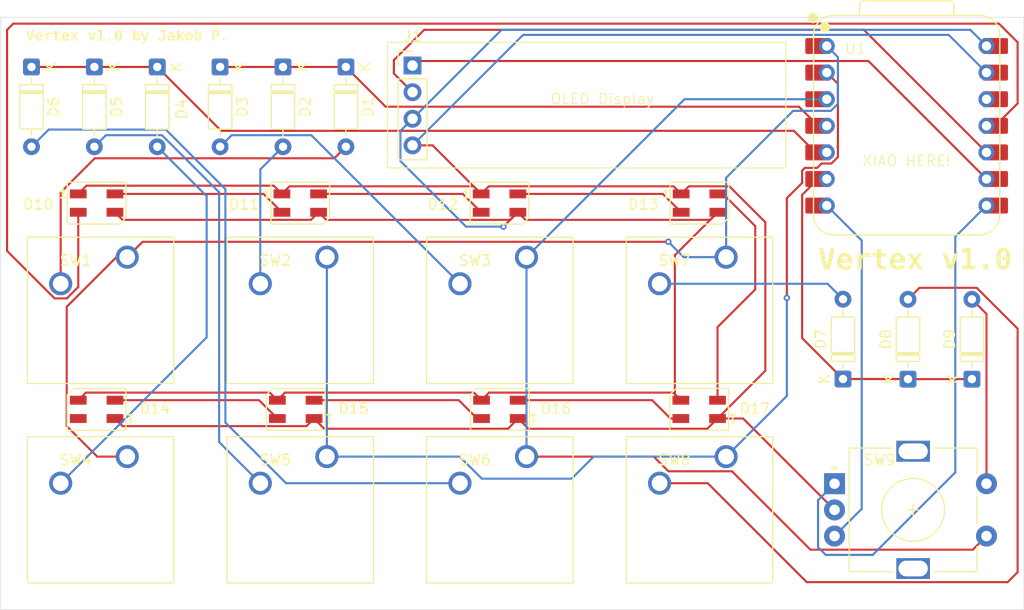
<source format=kicad_pcb>
(kicad_pcb (version 20241229) (generator "pcbnew") (generator_version "9.0")
  (layers (0 "F.Cu" signal) (2 "B.Cu" signal) (13 "F.Paste" user) (15 "B.Paste" user) (5 "F.SilkS" user "F.Silkscreen") (7 "B.SilkS" user "B.Silkscreen") (1 "F.Mask" user) (3 "B.Mask" user) (25 "Edge.Cuts" user))
  (net 0 "")
  (net 1 "Net-(D1-K)")
  (net 2 "Net-(D1-A)")
  (net 3 "Net-(D2-A)")
  (net 4 "Net-(D3-A)")
  (net 5 "Net-(D4-A)")
  (net 6 "Net-(D4-K)")
  (net 7 "Net-(D5-A)")
  (net 8 "Net-(D6-A)")
  (net 9 "Net-(D7-A)")
  (net 10 "Net-(D7-K)")
  (net 11 "Net-(D8-A)")
  (net 12 "Net-(D9-A)")
  (net 13 "Net-(D10-DIN)")
  (net 14 "+5V")
  (net 15 "Net-(D10-DOUT)")
  (net 16 "GND")
  (net 17 "Net-(D17-DOUT)")
  (net 18 "Net-(D18-DIN)")
  (net 19 "Net-(D18-DOUT)")
  (net 21 "Net-(D20-DIN)")
  (net 22 "Net-(D21-DIN)")
  (net 23 "Net-(D22-DIN)")
  (net 24 "Net-(J1-Pin_2)")
  (net 25 "Net-(J1-Pin_1)")
  (net 26 "Net-(U1-GPIO26{slash}ADC0{slash}A0)")
  (net 27 "Net-(U1-GPIO27{slash}ADC1{slash}A1)")
  (net 28 "Net-(U1-GPIO28{slash}ADC2{slash}A2)")
  (net 29 "Net-(U1-GPIO1{slash}RX)")
  (net 30 "Net-(U1-GPIO0{slash}TX)")
  (footprint "Rotary:RotaryEncoder_Alps_EC11E-Switch_Vertical_H20mm" (layer "F.Cu") (at 167.665778 61.8)
    (property "Reference" "SW9" (at 4.3 -2.26875 0) (layer "F.SilkS"))
    (property "Value" "RotaryEncoder_Switch")
    (pad "A" thru_hole rect (at 0 0) (size 2 2) (drill 1) (layers "*.Cu" "*.Mask") (net 29 "Net-(U1-GPIO1{slash}RX)"))
    (pad "B" thru_hole circle (at 0 5) (size 2 2) (drill 1) (layers "*.Cu" "*.Mask") (net 30 "Net-(U1-GPIO0{slash}TX)"))
    (pad "C" thru_hole circle (at 0 2.5) (size 2 2) (drill 1) (layers "*.Cu" "*.Mask") (net 16 "GND"))
    (pad "MP" thru_hole rect (at 7.5 -3.1) (size 3.2 2) (drill oval 2.8 1.5) (layers "*.Cu" "*.Mask"))
    (pad "MP" thru_hole rect (at 7.5 8.1) (size 3.2 2) (drill oval 2.8 1.5) (layers "*.Cu" "*.Mask"))
    (pad "S1" thru_hole circle (at 14.5 5) (size 2 2) (drill 1) (layers "*.Cu" "*.Mask") (net 28 "Net-(U1-GPIO28{slash}ADC2{slash}A2)"))
    (pad "S2" thru_hole circle (at 14.5 0) (size 2 2) (drill 1) (layers "*.Cu" "*.Mask") (net 12 "Net-(D9-A)"))
  )
  (footprint "Button_Switch_Keyboard:SW_Cherry_MX_1.00u_PCB" (layer "F.Cu") (at 119.22125 40.16375)
    (property "Reference" "SW2" (at -4.92125 0.3175 0) (layer "F.SilkS"))
    (property "Value" "SW_Push")
    (pad "" np_thru_hole circle (at -7.62 5.08) (size 1.7 1.7) (drill 1.7) (layers "*.Cu" "*.Mask"))
    (pad "" np_thru_hole circle (at -2.54 5.08) (size 4 4) (drill 4) (layers "*.Cu" "*.Mask"))
    (pad "" np_thru_hole circle (at 2.54 5.08) (size 1.7 1.7) (drill 1.7) (layers "*.Cu" "*.Mask"))
    (pad "1" thru_hole circle (at 0 0) (size 2.2 2.2) (drill 1.5) (layers "*.Cu" "*.Mask") (net 27 "Net-(U1-GPIO27{slash}ADC1{slash}A1)"))
    (pad "2" thru_hole circle (at -6.35 2.54) (size 2.2 2.2) (drill 1.5) (layers "*.Cu" "*.Mask") (net 3 "Net-(D2-A)"))
  )
  (footprint "LED_SMD:LED_SK6812MINI_PLCC4_3.5x3.5mm_P1.75mm" (layer "F.Cu") (at 97.25 54.7 180)
    (property "Reference" "D14" (at -5.571798 0.068796 0) (layer "F.SilkS"))
    (property "Value" "SK6812")
    (fp_text user "1" (at -3.2 -0.875 180) (layer "F.SilkS") (effects (font (size 0.8 0.8))))
    (pad "1" smd rect (at -1.75 -0.875 180) (size 1.6 0.85) (layers "F.Cu" "F.Mask" "F.Paste") (net 16 "GND"))
    (pad "2" smd rect (at -1.75 0.875 180) (size 1.6 0.85) (layers "F.Cu" "F.Mask" "F.Paste") (net 21 "Net-(D20-DIN)"))
    (pad "3" smd rect (at 1.75 0.875 180) (size 1.6 0.85) (layers "F.Cu" "F.Mask" "F.Paste") (net 14 "+5V"))
    (pad "4" smd rect (at 1.75 -0.875 180) (size 1.6 0.85) (layers "F.Cu" "F.Mask" "F.Paste"))
  )
  (footprint "Diode_THT:D_DO-35_SOD27_P7.62mm_Horizontal" (layer "F.Cu") (at 109.036019 22 -90)
    (property "Reference" "D3" (at 3.81 -2.12 90) (layer "F.SilkS"))
    (property "Value" "1N4148")
    (fp_text user "K" (at 0 -1.8 90) (layer "F.SilkS"))
    (pad "1" thru_hole roundrect (at 0 0 270) (size 1.6 1.6) (drill 0.8) (layers "*.Cu" "*.Mask") (roundrect_rratio 0.15625) (net 1 "Net-(D1-K)"))
    (pad "2" thru_hole circle (at 7.62 0 270) (size 1.6 1.6) (drill 0.8) (layers "*.Cu" "*.Mask") (net 4 "Net-(D3-A)"))
  )
  (footprint "Diode_THT:D_DO-35_SOD27_P7.62mm_Horizontal" (layer "F.Cu") (at 97.036019 22 -90)
    (property "Reference" "D5" (at 3.81 -2.12 90) (layer "F.SilkS"))
    (property "Value" "1N4148")
    (fp_text user "K" (at 0 -1.8 90) (layer "F.SilkS"))
    (pad "1" thru_hole roundrect (at 0 0 270) (size 1.6 1.6) (drill 0.8) (layers "*.Cu" "*.Mask") (roundrect_rratio 0.15625) (net 6 "Net-(D4-K)"))
    (pad "2" thru_hole circle (at 7.62 0 270) (size 1.6 1.6) (drill 0.8) (layers "*.Cu" "*.Mask") (net 7 "Net-(D5-A)"))
  )
  (footprint "LED_SMD:LED_SK6812MINI_PLCC4_3.5x3.5mm_P1.75mm" (layer "F.Cu") (at 135.73125 54.7 180)
    (property "Reference" "D16" (at -5.357703 0.068796 0) (layer "F.SilkS"))
    (property "Value" "SK6812")
    (fp_text user "1" (at -3.2 -0.875 180) (layer "F.SilkS") (effects (font (size 0.8 0.8))))
    (pad "1" smd rect (at -1.75 -0.875 180) (size 1.6 0.85) (layers "F.Cu" "F.Mask" "F.Paste") (net 16 "GND"))
    (pad "2" smd rect (at -1.75 0.875 180) (size 1.6 0.85) (layers "F.Cu" "F.Mask" "F.Paste") (net 23 "Net-(D22-DIN)"))
    (pad "3" smd rect (at 1.75 0.875 180) (size 1.6 0.85) (layers "F.Cu" "F.Mask" "F.Paste") (net 14 "+5V"))
    (pad "4" smd rect (at 1.75 -0.875 180) (size 1.6 0.85) (layers "F.Cu" "F.Mask" "F.Paste") (net 22 "Net-(D21-DIN)"))
  )
  (footprint "LED_SMD:LED_SK6812MINI_PLCC4_3.5x3.5mm_P1.75mm" (layer "F.Cu") (at 135.695425 35)
    (property "Reference" "D12" (at -5.39364 0.123467 0) (layer "F.SilkS"))
    (property "Value" "SK6812")
    (fp_text user "1" (at -3.2 -0.875 0) (layer "F.SilkS") (effects (font (size 0.8 0.8))))
    (pad "1" smd rect (at -1.75 -0.875) (size 1.6 0.85) (layers "F.Cu" "F.Mask" "F.Paste") (net 16 "GND"))
    (pad "2" smd rect (at -1.75 0.875) (size 1.6 0.85) (layers "F.Cu" "F.Mask" "F.Paste") (net 17 "Net-(D17-DOUT)"))
    (pad "3" smd rect (at 1.75 0.875) (size 1.6 0.85) (layers "F.Cu" "F.Mask" "F.Paste") (net 14 "+5V"))
    (pad "4" smd rect (at 1.75 -0.875) (size 1.6 0.85) (layers "F.Cu" "F.Mask" "F.Paste") (net 18 "Net-(D18-DIN)"))
  )
  (footprint "Button_Switch_Keyboard:SW_Cherry_MX_1.00u_PCB" (layer "F.Cu") (at 100.17125 40.16375)
    (property "Reference" "SW1" (at -4.92125 0.3175 0) (layer "F.SilkS"))
    (property "Value" "SW_Push")
    (pad "" np_thru_hole circle (at -7.62 5.08) (size 1.7 1.7) (drill 1.7) (layers "*.Cu" "*.Mask"))
    (pad "" np_thru_hole circle (at -2.54 5.08) (size 4 4) (drill 4) (layers "*.Cu" "*.Mask"))
    (pad "" np_thru_hole circle (at 2.54 5.08) (size 1.7 1.7) (drill 1.7) (layers "*.Cu" "*.Mask"))
    (pad "1" thru_hole circle (at 0 0) (size 2.2 2.2) (drill 1.5) (layers "*.Cu" "*.Mask") (net 26 "Net-(U1-GPIO26{slash}ADC0{slash}A0)"))
    (pad "2" thru_hole circle (at -6.35 2.54) (size 2.2 2.2) (drill 1.5) (layers "*.Cu" "*.Mask") (net 2 "Net-(D1-A)"))
  )
  (footprint "LED_SMD:LED_SK6812MINI_PLCC4_3.5x3.5mm_P1.75mm" (layer "F.Cu") (at 116.68125 35)
    (property "Reference" "D11" (at -5.357719 0.123467 0) (layer "F.SilkS"))
    (property "Value" "SK6812")
    (fp_text user "1" (at -3.2 -0.875 0) (layer "F.SilkS") (effects (font (size 0.8 0.8))))
    (pad "1" smd rect (at -1.75 -0.875) (size 1.6 0.85) (layers "F.Cu" "F.Mask" "F.Paste") (net 16 "GND"))
    (pad "2" smd rect (at -1.75 0.875) (size 1.6 0.85) (layers "F.Cu" "F.Mask" "F.Paste") (net 15 "Net-(D10-DOUT)"))
    (pad "3" smd rect (at 1.75 0.875) (size 1.6 0.85) (layers "F.Cu" "F.Mask" "F.Paste") (net 14 "+5V"))
    (pad "4" smd rect (at 1.75 -0.875) (size 1.6 0.85) (layers "F.Cu" "F.Mask" "F.Paste") (net 17 "Net-(D17-DOUT)"))
  )
  (footprint "Connector_PinHeader_2.54mm:PinHeader_1x04_P2.54mm_Vertical" (layer "F.Cu") (at 127.396982 21.867833)
    (property "Reference" "J1" (at 0 -2.817817 0) (layer "F.SilkS"))
    (property "Value" "OLED_DISPLAY")
    (pad "1" thru_hole rect (at 0 0) (size 1.7 1.7) (drill 1) (layers "*.Cu" "*.Mask") (net 25 "Net-(J1-Pin_1)"))
    (pad "2" thru_hole circle (at 0 2.54) (size 1.7 1.7) (drill 1) (layers "*.Cu" "*.Mask") (net 24 "Net-(J1-Pin_2)"))
    (pad "3" thru_hole circle (at 0 5.08) (size 1.7 1.7) (drill 1) (layers "*.Cu" "*.Mask") (net 14 "+5V"))
    (pad "4" thru_hole circle (at 0 7.62) (size 1.7 1.7) (drill 1) (layers "*.Cu" "*.Mask") (net 16 "GND"))
  )
  (footprint "Diode_THT:D_DO-35_SOD27_P7.62mm_Horizontal" (layer "F.Cu") (at 91.036019 22 -90)
    (property "Reference" "D6" (at 3.81 -2.12 90) (layer "F.SilkS"))
    (property "Value" "1N4148")
    (fp_text user "K" (at 0 -1.8 90) (layer "F.SilkS"))
    (pad "1" thru_hole roundrect (at 0 0 270) (size 1.6 1.6) (drill 0.8) (layers "*.Cu" "*.Mask") (roundrect_rratio 0.15625) (net 6 "Net-(D4-K)"))
    (pad "2" thru_hole circle (at 7.62 0 270) (size 1.6 1.6) (drill 0.8) (layers "*.Cu" "*.Mask") (net 8 "Net-(D6-A)"))
  )
  (footprint "LED_SMD:LED_SK6812MINI_PLCC4_3.5x3.5mm_P1.75mm" (layer "F.Cu") (at 97.25 35)
    (property "Reference" "D10" (at -5.571798 0.123467 0) (layer "F.SilkS"))
    (property "Value" "SK6812")
    (fp_text user "1" (at -3.2 -0.875 0) (layer "F.SilkS") (effects (font (size 0.8 0.8))))
    (pad "1" smd rect (at -1.75 -0.875) (size 1.6 0.85) (layers "F.Cu" "F.Mask" "F.Paste") (net 16 "GND"))
    (pad "2" smd rect (at -1.75 0.875) (size 1.6 0.85) (layers "F.Cu" "F.Mask" "F.Paste") (net 13 "Net-(D10-DIN)"))
    (pad "3" smd rect (at 1.75 0.875) (size 1.6 0.85) (layers "F.Cu" "F.Mask" "F.Paste") (net 14 "+5V"))
    (pad "4" smd rect (at 1.75 -0.875) (size 1.6 0.85) (layers "F.Cu" "F.Mask" "F.Paste") (net 15 "Net-(D10-DOUT)"))
  )
  (footprint "OPL:XIAO-RP2040-DIP" (layer "F.Cu") (at 174.545778 27.62)
    (property "Reference" "U1" (at -4.881573 -7.379358 0) (layer "F.SilkS") (effects (font (thickness 0.1016))))
    (property "Value" "XIAO-RP2040-DIP")
    (pad "1" smd roundrect (at -8.455 -7.62 180) (size 2.432 1.524) (layers "F.Cu" "F.Mask") (roundrect_rratio 0.1) (net 26 "Net-(U1-GPIO26{slash}ADC0{slash}A0)"))
    (pad "1" thru_hole circle (at -7.62 -7.62 180) (size 1.524 1.524) (drill 0.889) (layers "*.Cu" "*.Mask") (net 26 "Net-(U1-GPIO26{slash}ADC0{slash}A0)"))
    (pad "2" smd roundrect (at -8.455 -5.08 180) (size 2.432 1.524) (layers "F.Cu" "F.Mask") (roundrect_rratio 0.1) (net 27 "Net-(U1-GPIO27{slash}ADC1{slash}A1)"))
    (pad "2" thru_hole circle (at -7.62 -5.08 180) (size 1.524 1.524) (drill 0.889) (layers "*.Cu" "*.Mask") (net 27 "Net-(U1-GPIO27{slash}ADC1{slash}A1)"))
    (pad "3" smd roundrect (at -8.455 -2.54 180) (size 2.432 1.524) (layers "F.Cu" "F.Mask") (roundrect_rratio 0.1) (net 28 "Net-(U1-GPIO28{slash}ADC2{slash}A2)"))
    (pad "3" thru_hole circle (at -7.62 -2.54 180) (size 1.524 1.524) (drill 0.889) (layers "*.Cu" "*.Mask") (net 28 "Net-(U1-GPIO28{slash}ADC2{slash}A2)"))
    (pad "4" smd roundrect (at -8.455 0 180) (size 2.432 1.524) (layers "F.Cu" "F.Mask") (roundrect_rratio 0.1) (net 1 "Net-(D1-K)"))
    (pad "4" thru_hole circle (at -7.62 0 180) (size 1.524 1.524) (drill 0.889) (layers "*.Cu" "*.Mask") (net 1 "Net-(D1-K)"))
    (pad "5" smd roundrect (at -8.455 2.54 180) (size 2.432 1.524) (layers "F.Cu" "F.Mask") (roundrect_rratio 0.1) (net 6 "Net-(D4-K)"))
    (pad "5" thru_hole circle (at -7.62 2.54 180) (size 1.524 1.524) (drill 0.889) (layers "*.Cu" "*.Mask") (net 6 "Net-(D4-K)"))
    (pad "6" smd roundrect (at -8.455 5.08 180) (size 2.432 1.524) (layers "F.Cu" "F.Mask") (roundrect_rratio 0.1) (net 10 "Net-(D7-K)"))
    (pad "6" thru_hole circle (at -7.62 5.08 180) (size 1.524 1.524) (drill 0.889) (layers "*.Cu" "*.Mask") (net 10 "Net-(D7-K)"))
    (pad "7" smd roundrect (at -8.455 7.62 180) (size 2.432 1.524) (layers "F.Cu" "F.Mask") (roundrect_rratio 0.1) (net 30 "Net-(U1-GPIO0{slash}TX)"))
    (pad "7" thru_hole circle (at -7.62 7.62 180) (size 1.524 1.524) (drill 0.889) (layers "*.Cu" "*.Mask") (net 30 "Net-(U1-GPIO0{slash}TX)"))
    (pad "8" thru_hole circle (at 7.62 7.62) (size 1.524 1.524) (drill 0.889) (layers "*.Cu" "*.Mask") (net 29 "Net-(U1-GPIO1{slash}RX)"))
    (pad "8" smd roundrect (at 8.455 7.62) (size 2.432 1.524) (layers "F.Cu" "F.Mask") (roundrect_rratio 0.1) (net 29 "Net-(U1-GPIO1{slash}RX)"))
    (pad "9" thru_hole circle (at 7.62 5.08) (size 1.524 1.524) (drill 0.889) (layers "*.Cu" "*.Mask") (net 25 "Net-(J1-Pin_1)"))
    (pad "9" smd roundrect (at 8.455 5.08) (size 2.432 1.524) (layers "F.Cu" "F.Mask") (roundrect_rratio 0.1) (net 25 "Net-(J1-Pin_1)"))
    (pad "10" thru_hole circle (at 7.62 2.54) (size 1.524 1.524) (drill 0.889) (layers "*.Cu" "*.Mask") (net 24 "Net-(J1-Pin_2)"))
    (pad "10" smd roundrect (at 8.455 2.54) (size 2.432 1.524) (layers "F.Cu" "F.Mask") (roundrect_rratio 0.1) (net 24 "Net-(J1-Pin_2)"))
    (pad "11" thru_hole circle (at 7.62 0) (size 1.524 1.524) (drill 0.889) (layers "*.Cu" "*.Mask") (net 13 "Net-(D10-DIN)"))
    (pad "11" smd roundrect (at 8.455 0) (size 2.432 1.524) (layers "F.Cu" "F.Mask") (roundrect_rratio 0.1) (net 13 "Net-(D10-DIN)"))
    (pad "12" thru_hole circle (at 7.62 -2.54) (size 1.524 1.524) (drill 0.889) (layers "*.Cu" "*.Mask"))
    (pad "12" smd roundrect (at 8.455 -2.54) (size 2.432 1.524) (layers "F.Cu" "F.Mask") (roundrect_rratio 0.1))
    (pad "13" thru_hole circle (at 7.62 -5.08) (size 1.524 1.524) (drill 0.889) (layers "*.Cu" "*.Mask") (net 16 "GND"))
    (pad "13" smd roundrect (at 8.455 -5.08) (size 2.432 1.524) (layers "F.Cu" "F.Mask") (roundrect_rratio 0.1) (net 16 "GND"))
    (pad "14" thru_hole circle (at 7.62 -7.62) (size 1.524 1.524) (drill 0.889) (layers "*.Cu" "*.Mask") (net 14 "+5V"))
    (pad "14" smd roundrect (at 8.455 -7.62) (size 2.432 1.524) (layers "F.Cu" "F.Mask") (roundrect_rratio 0.1) (net 14 "+5V"))
  )
  (footprint "LED_SMD:LED_SK6812MINI_PLCC4_3.5x3.5mm_P1.75mm" (layer "F.Cu") (at 154.78125 35)
    (property "Reference" "D13" (at -5.357687 0.123467 0) (layer "F.SilkS"))
    (property "Value" "SK6812")
    (fp_text user "1" (at -3.2 -0.875 0) (layer "F.SilkS") (effects (font (size 0.8 0.8))))
    (pad "1" smd rect (at -1.75 -0.875) (size 1.6 0.85) (layers "F.Cu" "F.Mask" "F.Paste") (net 16 "GND"))
    (pad "2" smd rect (at -1.75 0.875) (size 1.6 0.85) (layers "F.Cu" "F.Mask" "F.Paste") (net 18 "Net-(D18-DIN)"))
    (pad "3" smd rect (at 1.75 0.875) (size 1.6 0.85) (layers "F.Cu" "F.Mask" "F.Paste") (net 14 "+5V"))
    (pad "4" smd rect (at 1.75 -0.875) (size 1.6 0.85) (layers "F.Cu" "F.Mask" "F.Paste") (net 19 "Net-(D18-DOUT)"))
  )
  (footprint "LED_SMD:LED_SK6812MINI_PLCC4_3.5x3.5mm_P1.75mm" (layer "F.Cu") (at 116.25 54.7 180)
    (property "Reference" "D15" (at -5.521782 0.068796 0) (layer "F.SilkS"))
    (property "Value" "SK6812")
    (fp_text user "1" (at -3.2 -0.875 180) (layer "F.SilkS") (effects (font (size 0.8 0.8))))
    (pad "1" smd rect (at -1.75 -0.875 180) (size 1.6 0.85) (layers "F.Cu" "F.Mask" "F.Paste") (net 16 "GND"))
    (pad "2" smd rect (at -1.75 0.875 180) (size 1.6 0.85) (layers "F.Cu" "F.Mask" "F.Paste") (net 22 "Net-(D21-DIN)"))
    (pad "3" smd rect (at 1.75 0.875 180) (size 1.6 0.85) (layers "F.Cu" "F.Mask" "F.Paste") (net 14 "+5V"))
    (pad "4" smd rect (at 1.75 -0.875 180) (size 1.6 0.85) (layers "F.Cu" "F.Mask" "F.Paste") (net 21 "Net-(D20-DIN)"))
  )
  (footprint "Button_Switch_Keyboard:SW_Cherry_MX_1.00u_PCB" (layer "F.Cu") (at 119.22125 59.21375)
    (property "Reference" "SW5" (at -4.92125 0.3175 0) (layer "F.SilkS"))
    (property "Value" "SW_Push")
    (pad "" np_thru_hole circle (at -7.62 5.08) (size 1.7 1.7) (drill 1.7) (layers "*.Cu" "*.Mask"))
    (pad "" np_thru_hole circle (at -2.54 5.08) (size 4 4) (drill 4) (layers "*.Cu" "*.Mask"))
    (pad "" np_thru_hole circle (at 2.54 5.08) (size 1.7 1.7) (drill 1.7) (layers "*.Cu" "*.Mask"))
    (pad "1" thru_hole circle (at 0 0) (size 2.2 2.2) (drill 1.5) (layers "*.Cu" "*.Mask") (net 27 "Net-(U1-GPIO27{slash}ADC1{slash}A1)"))
    (pad "2" thru_hole circle (at -6.35 2.54) (size 2.2 2.2) (drill 1.5) (layers "*.Cu" "*.Mask") (net 7 "Net-(D5-A)"))
  )
  (footprint "Diode_THT:D_DO-35_SOD27_P7.62mm_Horizontal" (layer "F.Cu") (at 180.773579 51.81 90)
    (property "Reference" "D9" (at 3.81 -2.12 90) (layer "F.SilkS"))
    (property "Value" "1N4148")
    (fp_text user "K" (at 0 -1.8 90) (layer "F.SilkS"))
    (pad "1" thru_hole roundrect (at 0 0 90) (size 1.6 1.6) (drill 0.8) (layers "*.Cu" "*.Mask") (roundrect_rratio 0.15625) (net 10 "Net-(D7-K)"))
    (pad "2" thru_hole circle (at 7.62 0 90) (size 1.6 1.6) (drill 0.8) (layers "*.Cu" "*.Mask") (net 12 "Net-(D9-A)"))
  )
  (footprint "Diode_THT:D_DO-35_SOD27_P7.62mm_Horizontal" (layer "F.Cu") (at 174.673579 51.81 90)
    (property "Reference" "D8" (at 3.81 -2.12 90) (layer "F.SilkS"))
    (property "Value" "1N4148")
    (fp_text user "K" (at 0 -1.8 90) (layer "F.SilkS"))
    (pad "1" thru_hole roundrect (at 0 0 90) (size 1.6 1.6) (drill 0.8) (layers "*.Cu" "*.Mask") (roundrect_rratio 0.15625) (net 10 "Net-(D7-K)"))
    (pad "2" thru_hole circle (at 7.62 0 90) (size 1.6 1.6) (drill 0.8) (layers "*.Cu" "*.Mask") (net 11 "Net-(D8-A)"))
  )
  (footprint "Button_Switch_Keyboard:SW_Cherry_MX_1.00u_PCB" (layer "F.Cu") (at 157.32125 40.16375)
    (property "Reference" "SW7" (at -4.92125 0.3175 0) (layer "F.SilkS"))
    (property "Value" "SW_Push")
    (pad "" np_thru_hole circle (at -7.62 5.08) (size 1.7 1.7) (drill 1.7) (layers "*.Cu" "*.Mask"))
    (pad "" np_thru_hole circle (at -2.54 5.08) (size 4 4) (drill 4) (layers "*.Cu" "*.Mask"))
    (pad "" np_thru_hole circle (at 2.54 5.08) (size 1.7 1.7) (drill 1.7) (layers "*.Cu" "*.Mask"))
    (pad "1" thru_hole circle (at 0 0) (size 2.2 2.2) (drill 1.5) (layers "*.Cu" "*.Mask") (net 26 "Net-(U1-GPIO26{slash}ADC0{slash}A0)"))
    (pad "2" thru_hole circle (at -6.35 2.54) (size 2.2 2.2) (drill 1.5) (layers "*.Cu" "*.Mask") (net 9 "Net-(D7-A)"))
  )
  (footprint "LED_SMD:LED_SK6812MINI_PLCC4_3.5x3.5mm_P1.75mm" (layer "F.Cu") (at 154.75 54.7 180)
    (property "Reference" "D17" (at -5.326437 0.068796 0) (layer "F.SilkS"))
    (property "Value" "SK6812")
    (fp_text user "1" (at -3.2 -0.875 180) (layer "F.SilkS") (effects (font (size 0.8 0.8))))
    (pad "1" smd rect (at -1.75 -0.875 180) (size 1.6 0.85) (layers "F.Cu" "F.Mask" "F.Paste") (net 16 "GND"))
    (pad "2" smd rect (at -1.75 0.875 180) (size 1.6 0.85) (layers "F.Cu" "F.Mask" "F.Paste") (net 19 "Net-(D18-DOUT)"))
    (pad "3" smd rect (at 1.75 0.875 180) (size 1.6 0.85) (layers "F.Cu" "F.Mask" "F.Paste") (net 14 "+5V"))
    (pad "4" smd rect (at 1.75 -0.875 180) (size 1.6 0.85) (layers "F.Cu" "F.Mask" "F.Paste") (net 23 "Net-(D22-DIN)"))
  )
  (footprint "Diode_THT:D_DO-35_SOD27_P7.62mm_Horizontal" (layer "F.Cu") (at 168.473579 51.8 90)
    (property "Reference" "D7" (at 3.81 -2.12 90) (layer "F.SilkS"))
    (property "Value" "1N4148")
    (fp_text user "K" (at 0 -1.8 90) (layer "F.SilkS"))
    (pad "1" thru_hole roundrect (at 0 0 90) (size 1.6 1.6) (drill 0.8) (layers "*.Cu" "*.Mask") (roundrect_rratio 0.15625) (net 10 "Net-(D7-K)"))
    (pad "2" thru_hole circle (at 7.62 0 90) (size 1.6 1.6) (drill 0.8) (layers "*.Cu" "*.Mask") (net 9 "Net-(D7-A)"))
  )
  (footprint "Diode_THT:D_DO-35_SOD27_P7.62mm_Horizontal" (layer "F.Cu") (at 103.036019 22 -90)
    (property "Reference" "D4" (at 4.01875 -2.3375 90) (layer "F.SilkS"))
    (property "Value" "1N4148")
    (fp_text user "K" (at 0 -1.8 90) (layer "F.SilkS"))
    (pad "1" thru_hole roundrect (at 0 0 270) (size 1.6 1.6) (drill 0.8) (layers "*.Cu" "*.Mask") (roundrect_rratio 0.15625) (net 6 "Net-(D4-K)"))
    (pad "2" thru_hole circle (at 7.62 0 270) (size 1.6 1.6) (drill 0.8) (layers "*.Cu" "*.Mask") (net 5 "Net-(D4-A)"))
  )
  (footprint "Button_Switch_Keyboard:SW_Cherry_MX_1.00u_PCB" (layer "F.Cu") (at 157.32125 59.21375)
    (property "Reference" "SW8" (at -4.92125 0.3175 0) (layer "F.SilkS"))
    (property "Value" "SW_Push")
    (pad "" np_thru_hole circle (at -7.62 5.08) (size 1.7 1.7) (drill 1.7) (layers "*.Cu" "*.Mask"))
    (pad "" np_thru_hole circle (at -2.54 5.08) (size 4 4) (drill 4) (layers "*.Cu" "*.Mask"))
    (pad "" np_thru_hole circle (at 2.54 5.08) (size 1.7 1.7) (drill 1.7) (layers "*.Cu" "*.Mask"))
    (pad "1" thru_hole circle (at 0 0) (size 2.2 2.2) (drill 1.5) (layers "*.Cu" "*.Mask") (net 27 "Net-(U1-GPIO27{slash}ADC1{slash}A1)"))
    (pad "2" thru_hole circle (at -6.35 2.54) (size 2.2 2.2) (drill 1.5) (layers "*.Cu" "*.Mask") (net 11 "Net-(D8-A)"))
  )
  (footprint "Button_Switch_Keyboard:SW_Cherry_MX_1.00u_PCB" (layer "F.Cu") (at 138.27125 59.21375)
    (property "Reference" "SW6" (at -4.92125 0.3175 0) (layer "F.SilkS"))
    (property "Value" "SW_Push")
    (pad "" np_thru_hole circle (at -7.62 5.08) (size 1.7 1.7) (drill 1.7) (layers "*.Cu" "*.Mask"))
    (pad "" np_thru_hole circle (at -2.54 5.08) (size 4 4) (drill 4) (layers "*.Cu" "*.Mask"))
    (pad "" np_thru_hole circle (at 2.54 5.08) (size 1.7 1.7) (drill 1.7) (layers "*.Cu" "*.Mask"))
    (pad "1" thru_hole circle (at 0 0) (size 2.2 2.2) (drill 1.5) (layers "*.Cu" "*.Mask") (net 28 "Net-(U1-GPIO28{slash}ADC2{slash}A2)"))
    (pad "2" thru_hole circle (at -6.35 2.54) (size 2.2 2.2) (drill 1.5) (layers "*.Cu" "*.Mask") (net 8 "Net-(D6-A)"))
  )
  (footprint "Button_Switch_Keyboard:SW_Cherry_MX_1.00u_PCB" (layer "F.Cu") (at 138.27125 40.16375)
    (property "Reference" "SW3" (at -4.92125 0.3175 0) (layer "F.SilkS"))
    (property "Value" "SW_Push")
    (pad "" np_thru_hole circle (at -7.62 5.08) (size 1.7 1.7) (drill 1.7) (layers "*.Cu" "*.Mask"))
    (pad "" np_thru_hole circle (at -2.54 5.08) (size 4 4) (drill 4) (layers "*.Cu" "*.Mask"))
    (pad "" np_thru_hole circle (at 2.54 5.08) (size 1.7 1.7) (drill 1.7) (layers "*.Cu" "*.Mask"))
    (pad "1" thru_hole circle (at 0 0) (size 2.2 2.2) (drill 1.5) (layers "*.Cu" "*.Mask") (net 28 "Net-(U1-GPIO28{slash}ADC2{slash}A2)"))
    (pad "2" thru_hole circle (at -6.35 2.54) (size 2.2 2.2) (drill 1.5) (layers "*.Cu" "*.Mask") (net 4 "Net-(D3-A)"))
  )
  (footprint "Diode_THT:D_DO-35_SOD27_P7.62mm_Horizontal" (layer "F.Cu") (at 115.036019 22 -90)
    (property "Reference" "D2" (at 3.81 -2.12 90) (layer "F.SilkS"))
    (property "Value" "1N4148")
    (fp_text user "K" (at 0 -1.8 90) (layer "F.SilkS"))
    (pad "1" thru_hole roundrect (at 0 0 270) (size 1.6 1.6) (drill 0.8) (layers "*.Cu" "*.Mask") (roundrect_rratio 0.15625) (net 1 "Net-(D1-K)"))
    (pad "2" thru_hole circle (at 7.62 0 270) (size 1.6 1.6) (drill 0.8) (layers "*.Cu" "*.Mask") (net 3 "Net-(D2-A)"))
  )
  (footprint "Diode_THT:D_DO-35_SOD27_P7.62mm_Horizontal" (layer "F.Cu") (at 121.036019 22 -90)
    (property "Reference" "D1" (at 3.81 -2.12 90) (layer "F.SilkS"))
    (property "Value" "1N4148")
    (fp_text user "K" (at 0 -1.8 90) (layer "F.SilkS"))
    (pad "1" thru_hole roundrect (at 0 0 270) (size 1.6 1.6) (drill 0.8) (layers "*.Cu" "*.Mask") (roundrect_rratio 0.15625) (net 1 "Net-(D1-K)"))
    (pad "2" thru_hole circle (at 7.62 0 270) (size 1.6 1.6) (drill 0.8) (layers "*.Cu" "*.Mask") (net 2 "Net-(D1-A)"))
  )
  (footprint "Button_Switch_Keyboard:SW_Cherry_MX_1.00u_PCB" (layer "F.Cu") (at 100.17125 59.21375)
    (property "Reference" "SW4" (at -4.92125 0.3175 0) (layer "F.SilkS"))
    (property "Value" "SW_Push")
    (pad "" np_thru_hole circle (at -7.62 5.08) (size 1.7 1.7) (drill 1.7) (layers "*.Cu" "*.Mask"))
    (pad "" np_thru_hole circle (at -2.54 5.08) (size 4 4) (drill 4) (layers "*.Cu" "*.Mask"))
    (pad "" np_thru_hole circle (at 2.54 5.08) (size 1.7 1.7) (drill 1.7) (layers "*.Cu" "*.Mask"))
    (pad "1" thru_hole circle (at 0 0) (size 2.2 2.2) (drill 1.5) (layers "*.Cu" "*.Mask") (net 26 "Net-(U1-GPIO26{slash}ADC0{slash}A0)"))
    (pad "2" thru_hole circle (at -6.35 2.54) (size 2.2 2.2) (drill 1.5) (layers "*.Cu" "*.Mask") (net 5 "Net-(D4-A)"))
  )
  (gr_rect (start 125.015732 19.645333) (end 163.015732 31.645333) (stroke (width 0.1)) (fill no) (layer "F.SilkS"))
  (gr_rect (start 88.106324 17.264077) (end 185.737656 73.818812) (stroke (width 0.05)) (fill no) (layer "Edge.Cuts"))
  (gr_text "Vertex v1.0" (at 166.092327 41.67191 0) (layer "F.SilkS") (effects (font (size 2 2) (thickness 0.4) (bold yes)) (justify left bottom)))
  (gr_text "Vertex v1.0 by Jakob P." (at 90.487576 19.645329 0) (layer "F.SilkS") (effects (font (size 1 1) (thickness 0.2) (bold yes)) (justify left bottom)))
  (gr_text "OLED Display" (at 140.493868 25.645333 0) (layer "F.SilkS") (effects (font (size 1 1) (thickness 0.1)) (justify left bottom)))
  (gr_text "XIAO HERE!" (at 170.259518 31.551589 0) (layer "F.SilkS") (effects (font (size 1 1) (thickness 0.1)) (justify left bottom)))
  (segment (start 124.832852 25.796833) (end 164.267611 25.796833) (width 0.2) (layer "F.Cu") (net 1))
  (segment (start 109.036019 22) (end 115.036019 22) (width 0.2) (layer "F.Cu") (net 1))
  (segment (start 121.036019 22) (end 124.832852 25.796833) (width 0.2) (layer "F.Cu") (net 1))
  (segment (start 115.036019 22) (end 121.036019 22) (width 0.2) (layer "F.Cu") (net 1))
  (segment (start 164.267611 25.796833) (end 166.090778 27.62) (width 0.2) (layer "F.Cu") (net 1))
  (segment (start 93.82125 33.97675) (end 97.077 30.721) (width 0.2) (layer "F.Cu") (net 2))
  (segment (start 119.935019 30.721) (end 121.036019 29.62) (width 0.2) (layer "F.Cu") (net 2))
  (segment (start 97.077 30.721) (end 119.935019 30.721) (width 0.2) (layer "F.Cu") (net 2))
  (segment (start 93.82125 42.70375) (end 93.82125 33.97675) (width 0.2) (layer "F.Cu") (net 2))
  (segment (start 112.87125 31.784769) (end 115.036019 29.62) (width 0.2) (layer "B.Cu") (net 3))
  (segment (start 112.87125 42.70375) (end 112.87125 31.784769) (width 0.2) (layer "B.Cu") (net 3))
  (segment (start 117.7365 28.519) (end 110.137019 28.519) (width 0.2) (layer "B.Cu") (net 4))
  (segment (start 110.137019 28.519) (end 109.036019 29.62) (width 0.2) (layer "B.Cu") (net 4))
  (segment (start 131.92125 42.70375) (end 117.7365 28.519) (width 0.2) (layer "B.Cu") (net 4))
  (segment (start 93.82125 61.75375) (end 107.751653 47.823347) (width 0.2) (layer "B.Cu") (net 5))
  (segment (start 107.751653 34.335634) (end 103.036019 29.62) (width 0.2) (layer "B.Cu") (net 5))
  (segment (start 107.751653 47.823347) (end 107.751653 34.335634) (width 0.2) (layer "B.Cu") (net 5))
  (segment (start 97.036019 22) (end 103.036019 22) (width 0.2) (layer "F.Cu") (net 6))
  (segment (start 165.848148 30.16) (end 166.925778 30.16) (width 0.2) (layer "F.Cu") (net 6))
  (segment (start 103.036019 22) (end 109.134852 28.098833) (width 0.2) (layer "F.Cu") (net 6))
  (segment (start 163.786981 28.098833) (end 165.848148 30.16) (width 0.2) (layer "F.Cu") (net 6))
  (segment (start 91.036019 22) (end 97.036019 22) (width 0.2) (layer "F.Cu") (net 6))
  (segment (start 109.134852 28.098833) (end 163.786981 28.098833) (width 0.2) (layer "F.Cu") (net 6))
  (segment (start 108.942279 33.96921) (end 103.492069 28.519) (width 0.2) (layer "B.Cu") (net 7))
  (segment (start 98.137019 28.519) (end 97.036019 29.62) (width 0.2) (layer "B.Cu") (net 7))
  (segment (start 112.87125 61.75375) (end 108.942279 57.824779) (width 0.2) (layer "B.Cu") (net 7))
  (segment (start 103.492069 28.519) (end 98.137019 28.519) (width 0.2) (layer "B.Cu") (net 7))
  (segment (start 108.942279 57.824779) (end 108.942279 33.96921) (width 0.2) (layer "B.Cu") (net 7))
  (segment (start 109.537592 33.667476) (end 103.849827 27.979711) (width 0.2) (layer "B.Cu") (net 8))
  (segment (start 109.537592 55.959422) (end 109.537592 33.667476) (width 0.2) (layer "B.Cu") (net 8))
  (segment (start 103.849827 27.979711) (end 92.676308 27.979711) (width 0.2) (layer "B.Cu") (net 8))
  (segment (start 115.33192 61.75375) (end 109.537592 55.959422) (width 0.2) (layer "B.Cu") (net 8))
  (segment (start 92.676308 27.979711) (end 91.036019 29.62) (width 0.2) (layer "B.Cu") (net 8))
  (segment (start 131.92125 61.75375) (end 115.33192 61.75375) (width 0.2) (layer "B.Cu") (net 8))
  (segment (start 166.997329 42.70375) (end 168.473579 44.18) (width 0.2) (layer "B.Cu") (net 9))
  (segment (start 150.97125 42.70375) (end 166.997329 42.70375) (width 0.2) (layer "B.Cu") (net 9))
  (segment (start 174.663579 51.8) (end 174.673579 51.81) (width 0.2) (layer "F.Cu") (net 10))
  (segment (start 168.473579 51.8) (end 174.663579 51.8) (width 0.2) (layer "F.Cu") (net 10))
  (segment (start 174.673579 51.81) (end 180.773579 51.81) (width 0.2) (layer "F.Cu") (net 10))
  (segment (start 168.473579 51.8) (end 164.573778 47.900199) (width 0.2) (layer "F.Cu") (net 10))
  (segment (start 164.573778 47.900199) (end 164.573778 34.217) (width 0.2) (layer "F.Cu") (net 10))
  (segment (start 164.573778 34.217) (end 166.090778 32.7) (width 0.2) (layer "F.Cu") (net 10))
  (segment (start 155.566066 61.75375) (end 165.013316 71.201) (width 0.2) (layer "F.Cu") (net 11))
  (segment (start 184.188277 71.201) (end 185.136656 70.252621) (width 0.2) (layer "F.Cu") (net 11))
  (segment (start 185.136656 46.996027) (end 181.229629 43.089) (width 0.2) (layer "F.Cu") (net 11))
  (segment (start 185.136656 70.252621) (end 185.136656 46.996027) (width 0.2) (layer "F.Cu") (net 11))
  (segment (start 150.97125 61.75375) (end 155.566066 61.75375) (width 0.2) (layer "F.Cu") (net 11))
  (segment (start 165.013316 71.201) (end 184.188277 71.201) (width 0.2) (layer "F.Cu") (net 11))
  (segment (start 181.229629 43.089) (end 175.774579 43.089) (width 0.2) (layer "F.Cu") (net 11))
  (segment (start 175.774579 43.089) (end 174.673579 44.19) (width 0.2) (layer "F.Cu") (net 11))
  (segment (start 182.165778 61.8) (end 182.165778 45.582199) (width 0.2) (layer "F.Cu") (net 12))
  (segment (start 182.165778 45.582199) (end 180.773579 44.19) (width 0.2) (layer "F.Cu") (net 12))
  (segment (start 183.356404 17.865077) (end 185.136656 19.645329) (width 0.2) (layer "F.Cu") (net 13))
  (segment (start 88.707324 18.454703) (end 89.29695 17.865077) (width 0.2) (layer "F.Cu") (net 13))
  (segment (start 88.707324 39.571138) (end 88.707324 18.454703) (width 0.2) (layer "F.Cu") (net 13))
  (segment (start 89.29695 17.865077) (end 183.356404 17.865077) (width 0.2) (layer "F.Cu") (net 13))
  (segment (start 94.401564 44.10475) (end 93.240936 44.10475) (width 0.2) (layer "F.Cu") (net 13))
  (segment (start 93.240936 44.10475) (end 88.707324 39.571138) (width 0.2) (layer "F.Cu") (net 13))
  (segment (start 95.5 43.006314) (end 94.401564 44.10475) (width 0.2) (layer "F.Cu") (net 13))
  (segment (start 95.5 35.875) (end 95.5 43.006314) (width 0.2) (layer "F.Cu") (net 13))
  (segment (start 185.136656 19.645329) (end 185.136656 25.484122) (width 0.2) (layer "F.Cu") (net 13))
  (segment (start 185.136656 25.484122) (end 183.000778 27.62) (width 0.2) (layer "F.Cu") (net 13))
  (segment (start 133.25525 53.099) (end 133.98125 53.825) (width 0.2) (layer "F.Cu") (net 14))
  (segment (start 99 35.875) (end 99.726 36.601) (width 0.2) (layer "F.Cu") (net 14))
  (segment (start 152.43025 53.255251) (end 152.43025 39.976) (width 0.2) (layer "F.Cu") (net 14))
  (segment (start 133.98125 53.825) (end 134.70725 53.099) (width 0.2) (layer "F.Cu") (net 14))
  (segment (start 152.274 53.099) (end 153 53.825) (width 0.2) (layer "F.Cu") (net 14))
  (segment (start 138.171425 36.601) (end 155.80525 36.601) (width 0.2) (layer "F.Cu") (net 14))
  (segment (start 136.071192 37.249234) (end 137.445425 35.875) (width 0.2) (layer "F.Cu") (net 14))
  (segment (start 95.5 53.825) (end 96.226 53.099) (width 0.2) (layer "F.Cu") (net 14))
  (segment (start 153 53.825) (end 152.43025 53.255251) (width 0.2) (layer "F.Cu") (net 14))
  (segment (start 114.5 53.825) (end 115.226 53.099) (width 0.2) (layer "F.Cu") (net 14))
  (segment (start 134.70725 53.099) (end 152.274 53.099) (width 0.2) (layer "F.Cu") (net 14))
  (segment (start 136.719425 36.601) (end 137.445425 35.875) (width 0.2) (layer "F.Cu") (net 14))
  (segment (start 119.15725 36.601) (end 136.719425 36.601) (width 0.2) (layer "F.Cu") (net 14))
  (segment (start 155.80525 36.601) (end 156.53125 35.875) (width 0.2) (layer "F.Cu") (net 14))
  (segment (start 96.226 53.099) (end 113.774 53.099) (width 0.2) (layer "F.Cu") (net 14))
  (segment (start 99.726 36.601) (end 117.70525 36.601) (width 0.2) (layer "F.Cu") (net 14))
  (segment (start 115.226 53.099) (end 133.25525 53.099) (width 0.2) (layer "F.Cu") (net 14))
  (segment (start 118.43125 35.875) (end 119.15725 36.601) (width 0.2) (layer "F.Cu") (net 14))
  (segment (start 137.445425 35.875) (end 138.171425 36.601) (width 0.2) (layer "F.Cu") (net 14))
  (segment (start 152.43025 39.976) (end 156.53125 35.875) (width 0.2) (layer "F.Cu") (net 14))
  (segment (start 117.70525 36.601) (end 118.43125 35.875) (width 0.2) (layer "F.Cu") (net 14))
  (segment (start 113.774 53.099) (end 114.5 53.825) (width 0.2) (layer "F.Cu") (net 14))
  (via (at 136.071192 37.249234) (size 0.6) (drill 0.3) (layers "F.Cu" "B.Cu") (net 14))
  (segment (start 132.499314 37.249234) (end 126.245982 30.995902) (width 0.2) (layer "B.Cu") (net 14))
  (segment (start 126.245982 28.098833) (end 127.396982 26.947833) (width 0.2) (layer "B.Cu") (net 14))
  (segment (start 136.071192 37.249234) (end 132.499314 37.249234) (width 0.2) (layer "B.Cu") (net 14))
  (segment (start 127.396982 26.947833) (end 135.890112 18.454703) (width 0.2) (layer "B.Cu") (net 14))
  (segment (start 126.245982 30.995902) (end 126.245982 28.098833) (width 0.2) (layer "B.Cu") (net 14))
  (segment (start 135.890112 18.454703) (end 180.620481 18.454703) (width 0.2) (layer "B.Cu") (net 14))
  (segment (start 180.620481 18.454703) (end 182.165778 20) (width 0.2) (layer "B.Cu") (net 14))
  (segment (start 113.18125 34.125) (end 114.93125 35.875) (width 0.2) (layer "F.Cu") (net 15))
  (segment (start 99 34.125) (end 113.18125 34.125) (width 0.2) (layer "F.Cu") (net 15))
  (segment (start 167.665778 64.3) (end 158.940778 55.575) (width 0.2) (layer "F.Cu") (net 16))
  (segment (start 133.945425 34.125) (end 134.671425 33.399) (width 0.2) (layer "F.Cu") (net 16))
  (segment (start 117.274 56.301) (end 118 55.575) (width 0.2) (layer "F.Cu") (net 16))
  (segment (start 134.671425 33.399) (end 152.30525 33.399) (width 0.2) (layer "F.Cu") (net 16))
  (segment (start 137.48125 55.575) (end 138.460985 56.554735) (width 0.2) (layer "F.Cu") (net 16))
  (segment (start 114.93125 34.125) (end 115.65725 33.399) (width 0.2) (layer "F.Cu") (net 16))
  (segment (start 161.06225 36.829) (end 157.63225 33.399) (width 0.2) (layer "F.Cu") (net 16))
  (segment (start 118.979735 56.554735) (end 136.501515 56.554735) (width 0.2) (layer "F.Cu") (net 16))
  (segment (start 133.945425 34.125) (end 129.308258 29.487833) (width 0.2) (layer "F.Cu") (net 16))
  (segment (start 157.63225 33.399) (end 153.75725 33.399) (width 0.2) (layer "F.Cu") (net 16))
  (segment (start 129.308258 29.487833) (end 127.396982 29.487833) (width 0.2) (layer "F.Cu") (net 16))
  (segment (start 152.30525 33.399) (end 153.03125 34.125) (width 0.2) (layer "F.Cu") (net 16))
  (segment (start 133.219425 33.399) (end 133.945425 34.125) (width 0.2) (layer "F.Cu") (net 16))
  (segment (start 99 55.575) (end 99.726 56.301) (width 0.2) (layer "F.Cu") (net 16))
  (segment (start 114.93125 34.125) (end 114.143778 33.337528) (width 0.2) (layer "F.Cu") (net 16))
  (segment (start 114.143778 33.337528) (end 96.287472 33.337528) (width 0.2) (layer "F.Cu") (net 16))
  (segment (start 96.287472 33.337528) (end 95.5 34.125) (width 0.2) (layer "F.Cu") (net 16))
  (segment (start 156.5 55.575) (end 161.06225 51.01275) (width 0.2) (layer "F.Cu") (net 16))
  (segment (start 99.726 56.301) (end 117.274 56.301) (width 0.2) (layer "F.Cu") (net 16))
  (segment (start 138.460985 56.554735) (end 155.520265 56.554735) (width 0.2) (layer "F.Cu") (net 16))
  (segment (start 118 55.575) (end 118.979735 56.554735) (width 0.2) (layer "F.Cu") (net 16))
  (segment (start 158.940778 55.575) (end 156.5 55.575) (width 0.2) (layer "F.Cu") (net 16))
  (segment (start 155.520265 56.554735) (end 156.5 55.575) (width 0.2) (layer "F.Cu") (net 16))
  (segment (start 115.65725 33.399) (end 133.219425 33.399) (width 0.2) (layer "F.Cu") (net 16))
  (segment (start 161.06225 51.01275) (end 161.06225 36.829) (width 0.2) (layer "F.Cu") (net 16))
  (segment (start 136.501515 56.554735) (end 137.48125 55.575) (width 0.2) (layer "F.Cu") (net 16))
  (segment (start 153.75725 33.399) (end 153.03125 34.125) (width 0.2) (layer "F.Cu") (net 16))
  (segment (start 178.562778 18.937) (end 182.165778 22.54) (width 0.2) (layer "B.Cu") (net 16))
  (segment (start 137.947815 18.937) (end 178.562778 18.937) (width 0.2) (layer "B.Cu") (net 16))
  (segment (start 127.396982 29.487833) (end 137.947815 18.937) (width 0.2) (layer "B.Cu") (net 16))
  (segment (start 132.195425 34.125) (end 133.945425 35.875) (width 0.2) (layer "F.Cu") (net 17))
  (segment (start 118.43125 34.125) (end 132.195425 34.125) (width 0.2) (layer "F.Cu") (net 17))
  (segment (start 137.445425 34.125) (end 151.28125 34.125) (width 0.2) (layer "F.Cu") (net 18))
  (segment (start 151.28125 34.125) (end 153.03125 35.875) (width 0.2) (layer "F.Cu") (net 18))
  (segment (start 160.1 37.2) (end 160.1 43.249816) (width 0.2) (layer "F.Cu") (net 19))
  (segment (start 156.53125 34.125) (end 157.025 34.125) (width 0.2) (layer "F.Cu") (net 19))
  (segment (start 156.5 46.849816) (end 156.5 53.825) (width 0.2) (layer "F.Cu") (net 19))
  (segment (start 157.025 34.125) (end 160.1 37.2) (width 0.2) (layer "F.Cu") (net 19))
  (segment (start 160.1 43.249816) (end 156.5 46.849816) (width 0.2) (layer "F.Cu") (net 19))
  (segment (start 112.75 53.825) (end 99 53.825) (width 0.2) (layer "F.Cu") (net 21))
  (segment (start 114.5 55.575) (end 112.75 53.825) (width 0.2) (layer "F.Cu") (net 21))
  (segment (start 133.98125 55.575) (end 133.561003 55.575) (width 0.2) (layer "F.Cu") (net 22))
  (segment (start 131.811003 53.825) (end 118 53.825) (width 0.2) (layer "F.Cu") (net 22))
  (segment (start 133.561003 55.575) (end 131.811003 53.825) (width 0.2) (layer "F.Cu") (net 22))
  (segment (start 152.015706 55.575) (end 150.265706 53.825) (width 0.2) (layer "F.Cu") (net 23))
  (segment (start 150.265706 53.825) (end 137.48125 53.825) (width 0.2) (layer "F.Cu") (net 23))
  (segment (start 153 55.575) (end 152.015706 55.575) (width 0.2) (layer "F.Cu") (net 23))
  (segment (start 125.61673 21.346085) (end 128.508112 18.454703) (width 0.2) (layer "F.Cu") (net 24))
  (segment (start 125.61673 22.627581) (end 125.61673 21.346085) (width 0.2) (layer "F.Cu") (net 24))
  (segment (start 127.396982 24.407833) (end 125.61673 22.627581) (width 0.2) (layer "F.Cu") (net 24))
  (segment (start 128.508112 18.454703) (end 170.460481 18.454703) (width 0.2) (layer "F.Cu") (net 24))
  (segment (start 170.460481 18.454703) (end 182.165778 30.16) (width 0.2) (layer "F.Cu") (net 24))
  (segment (start 127.833547 21.431268) (end 127.396982 21.867833) (width 0.2) (layer "F.Cu") (net 25))
  (segment (start 182.165778 32.7) (end 170.897046 21.431268) (width 0.2) (layer "F.Cu") (net 25))
  (segment (start 170.897046 21.431268) (end 127.833547 21.431268) (width 0.2) (layer "F.Cu") (net 25))
  (segment (start 97.31175 59.21375) (end 94.399 56.301) (width 0.2) (layer "F.Cu") (net 26))
  (segment (start 100.17125 59.21375) (end 97.31175 59.21375) (width 0.2) (layer "F.Cu") (net 26))
  (segment (start 99.139492 40.16375) (end 100.17125 40.16375) (width 0.2) (layer "F.Cu") (net 26))
  (segment (start 101.639655 38.695345) (end 100.17125 40.16375) (width 0.2) (layer "F.Cu") (net 26))
  (segment (start 94.399 56.301) (end 94.399 44.904242) (width 0.2) (layer "F.Cu") (net 26))
  (segment (start 94.399 44.904242) (end 99.139492 40.16375) (width 0.2) (layer "F.Cu") (net 26))
  (segment (start 151.804815 38.695345) (end 101.639655 38.695345) (width 0.2) (layer "F.Cu") (net 26))
  (via (at 151.804815 38.695345) (size 0.6) (drill 0.3) (layers "F.Cu" "B.Cu") (net 26))
  (segment (start 163.711075 26.193772) (end 167.315316 26.193772) (width 0.2) (layer "B.Cu") (net 26))
  (segment (start 157.32125 32.583597) (end 163.711075 26.193772) (width 0.2) (layer "B.Cu") (net 26))
  (segment (start 157.32125 40.16375) (end 157.32125 32.583597) (width 0.2) (layer "B.Cu") (net 26))
  (segment (start 153.27322 40.16375) (end 157.32125 40.16375) (width 0.2) (layer "B.Cu") (net 26))
  (segment (start 167.315316 26.193772) (end 167.988778 25.52031) (width 0.2) (layer "B.Cu") (net 26))
  (segment (start 167.988778 25.52031) (end 167.988778 21.063) (width 0.2) (layer "B.Cu") (net 26))
  (segment (start 167.988778 21.063) (end 166.925778 20) (width 0.2) (layer "B.Cu") (net 26))
  (segment (start 151.804815 38.695345) (end 153.27322 40.16375) (width 0.2) (layer "B.Cu") (net 26))
  (segment (start 164.835152 31.637) (end 166.006916 31.637) (width 0.2) (layer "F.Cu") (net 27))
  (segment (start 163.115762 34.528154) (end 164.573778 33.070138) (width 0.2) (layer "F.Cu") (net 27))
  (segment (start 167.988778 30.60031) (end 167.988778 29.71969) (width 0.2) (layer "F.Cu") (net 27))
  (segment (start 163.115762 44.053162) (end 163.115762 34.528154) (width 0.2) (layer "F.Cu") (net 27))
  (segment (start 166.420916 31.223) (end 167.366088 31.223) (width 0.2) (layer "F.Cu") (net 27))
  (segment (start 167.988778 23.603) (end 166.925778 22.54) (width 0.2) (layer "F.Cu") (net 27))
  (segment (start 167.956502 29.687414) (end 167.988778 29.655138) (width 0.2) (layer "F.Cu") (net 27))
  (segment (start 167.366088 31.223) (end 167.988778 30.60031) (width 0.2) (layer "F.Cu") (net 27))
  (segment (start 166.006916 31.637) (end 166.420916 31.223) (width 0.2) (layer "F.Cu") (net 27))
  (segment (start 167.988778 29.655138) (end 167.988778 23.603) (width 0.2) (layer "F.Cu") (net 27))
  (segment (start 164.573778 31.898374) (end 164.835152 31.637) (width 0.2) (layer "F.Cu") (net 27))
  (segment (start 167.988778 29.71969) (end 167.956502 29.687414) (width 0.2) (layer "F.Cu") (net 27))
  (segment (start 164.573778 33.070138) (end 164.573778 31.898374) (width 0.2) (layer "F.Cu") (net 27))
  (via (at 163.115762 44.053162) (size 0.6) (drill 0.3) (layers "F.Cu" "B.Cu") (net 27))
  (segment (start 144.680952 59.21375) (end 142.577463 61.317239) (width 0.2) (layer "B.Cu") (net 27))
  (segment (start 134.003396 61.317239) (end 131.899907 59.21375) (width 0.2) (layer "B.Cu") (net 27))
  (segment (start 163.115762 53.419238) (end 163.115762 44.053162) (width 0.2) (layer "B.Cu") (net 27))
  (segment (start 119.22125 59.21375) (end 119.22125 40.16375) (width 0.2) (layer "B.Cu") (net 27))
  (segment (start 131.899907 59.21375) (end 119.22125 59.21375) (width 0.2) (layer "B.Cu") (net 27))
  (segment (start 157.32125 59.21375) (end 144.680952 59.21375) (width 0.2) (layer "B.Cu") (net 27))
  (segment (start 142.577463 61.317239) (end 134.003396 61.317239) (width 0.2) (layer "B.Cu") (net 27))
  (segment (start 157.32125 59.21375) (end 163.115762 53.419238) (width 0.2) (layer "B.Cu") (net 27))
  (segment (start 180.864778 68.101) (end 165.36697 68.101) (width 0.2) (layer "F.Cu") (net 28))
  (segment (start 182.165778 66.8) (end 180.864778 68.101) (width 0.2) (layer "F.Cu") (net 28))
  (segment (start 150.412564 59.21375) (end 138.27125 59.21375) (width 0.2) (layer "F.Cu") (net 28))
  (segment (start 151.813564 60.61475) (end 150.412564 59.21375) (width 0.2) (layer "F.Cu") (net 28))
  (segment (start 157.88072 60.61475) (end 151.813564 60.61475) (width 0.2) (layer "F.Cu") (net 28))
  (segment (start 165.36697 68.101) (end 157.88072 60.61475) (width 0.2) (layer "F.Cu") (net 28))
  (segment (start 138.27125 40.16375) (end 153.355 25.08) (width 0.2) (layer "B.Cu") (net 28))
  (segment (start 138.27125 59.21375) (end 138.27125 40.16375) (width 0.2) (layer "B.Cu") (net 28))
  (segment (start 153.355 25.08) (end 166.925778 25.08) (width 0.2) (layer "B.Cu") (net 28))
  (segment (start 166.092327 67.865682) (end 166.825645 68.599) (width 0.2) (layer "B.Cu") (net 29))
  (segment (start 166.092327 63.373451) (end 166.092327 67.865682) (width 0.2) (layer "B.Cu") (net 29))
  (segment (start 166.825645 68.599) (end 171.312139 68.599) (width 0.2) (layer "B.Cu") (net 29))
  (segment (start 179.189213 38.216565) (end 182.165778 35.24) (width 0.2) (layer "B.Cu") (net 29))
  (segment (start 167.665778 61.8) (end 166.092327 63.373451) (width 0.2) (layer "B.Cu") (net 29))
  (segment (start 171.312139 68.599) (end 179.189213 60.721926) (width 0.2) (layer "B.Cu") (net 29))
  (segment (start 179.189213 60.721926) (end 179.189213 38.216565) (width 0.2) (layer "B.Cu") (net 29))
  (segment (start 170.259518 38.57374) (end 166.925778 35.24) (width 0.2) (layer "B.Cu") (net 30))
  (segment (start 167.665778 66.8) (end 170.259518 64.20626) (width 0.2) (layer "B.Cu") (net 30))
  (segment (start 170.259518 64.20626) (end 170.259518 38.57374) (width 0.2) (layer "B.Cu") (net 30))
)
</source>
